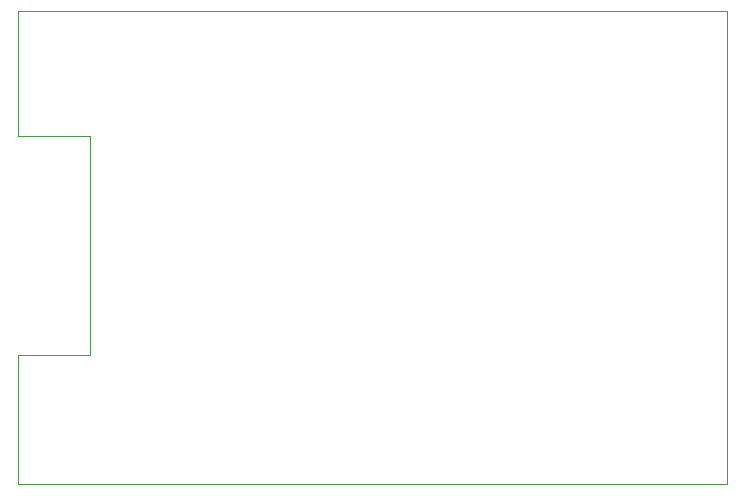
<source format=gbr>
G04 #@! TF.GenerationSoftware,KiCad,Pcbnew,(5.1.5)-2*
G04 #@! TF.CreationDate,2020-03-07T16:39:43+08:00*
G04 #@! TF.ProjectId,ESP32-sensorKit,45535033-322d-4736-956e-736f724b6974,rev?*
G04 #@! TF.SameCoordinates,Original*
G04 #@! TF.FileFunction,Profile,NP*
%FSLAX46Y46*%
G04 Gerber Fmt 4.6, Leading zero omitted, Abs format (unit mm)*
G04 Created by KiCad (PCBNEW (5.1.5)-2) date 2020-03-07 16:39:43*
%MOMM*%
%LPD*%
G04 APERTURE LIST*
G04 #@! TA.AperFunction,Profile*
%ADD10C,0.050000*%
G04 #@! TD*
G04 APERTURE END LIST*
D10*
X106680000Y-102738000D02*
X112776000Y-102738000D01*
X106680000Y-113660000D02*
X106680000Y-102738000D01*
X112776000Y-84196000D02*
X112776000Y-102738000D01*
X106680000Y-84196000D02*
X112776000Y-84196000D01*
X106680000Y-73660000D02*
X106680000Y-84196000D01*
X166680000Y-73660000D02*
X166680000Y-113660000D01*
X106680000Y-73660000D02*
X166680000Y-73660000D01*
X106680000Y-113660000D02*
X166680000Y-113660000D01*
M02*

</source>
